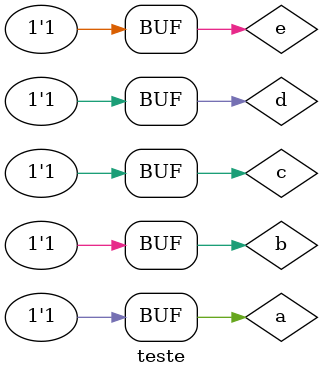
<source format=v>

module e1(s, a, b, c, d); 

	output s; 
	input  a,b,c,d; 
	wire aux1, aux2, aux3; 
	
	and AND1( aux1,  a, b, ~d );
	and AND2( aux2, ~a, c );
	and AND3( aux3, ~b, c ); 
	or  OR1 ( s, aux1, aux2, aux3); 
	
endmodule 

// ---------------------
// -- Exercicio 2
// ---------------------
module e2(s, a, b, c, d);

	output s;
	input  a,b,c,d;
   wire aux1, aux2, aux3, aux4, aux5;
	
	and AND1( aux1, ~a, ~b, ~d );
	and AND2( aux2, ~a, ~c, ~d ); 
	and AND3( aux3,  a, ~b, ~c ); 
	and AND4( aux4,  a, ~b,  d ); 
	and AND5( aux5,  a, ~c,  d ); 
	or  OR1 ( s, aux1, aux2, aux3, aux4, aux5 );
	
endmodule 

//-----------------------
//-- Circuito 03
//-----------------------
module e3 (s3, a, b, c, d, e );
	
	output s3;
	input  a, b, c, d, e;
	
	wire aux1, aux2, aux3, aux4, aux5, aux6;
	
	and AND1 ( aux1, a, b, d, e );
	and AND2 ( aux2, ~a, ~c, ~d );
	and AND3 ( aux3, ~b,  c, ~d );
	and AND4 ( aux4,  b,  c,  d );
	and AND5 ( aux5, ~b, ~d,  e );
	and AND6 ( aux6, c, e );
	or  OR1 	( s3, aux1, aux2, aux3, aux4, aux5, aux6 );
	
endmodule

//------------------------
//-- MODULO TESTE
//------------------------
module teste;

	wire      s1, s2, s3;
	reg       a, b, c, d, e;
	
	e1  E1 ( s1, a, b, c, d );
	e2  E2 ( s2, a, b, c, d );
	e3  E3 ( s3, a, b, c, d, e );
	
	initial begin
		a = 0; b = 0; c = 0; d = 0; e = 0;
	
		$display ("Guia 08 - Gustavo Guimaraes - 405804");
		$display ("\nSimplificacoes\n");
		$display ("a  b  c  d  e  =  S1  S2  S3" );
		$monitor("%b  %b  %b  %b  %b  =  %b   %b   %b",a, b, c, d, e, s1, s2, s3);
	#1 a = 0; b = 0; c = 1; d = 0; e = 1; 
	#1 a = 0; b = 1; c = 0; d = 1; e = 1;
	#1 a = 0; b = 1; c = 1; d = 0; e = 1;
	#1 a = 1; b = 0; c = 0; d = 1; e = 1;
	#1 a = 1; b = 0; c = 1; d = 0; e = 0;
	#1 a = 1; b = 1; c = 0; d = 1; e = 0;
	#1 a = 1; b = 1; c = 1; d = 0; e = 0;
	#1 a = 0; b = 0; c = 0; d = 1; e = 0;
	#1 a = 1; b = 1; c = 1; d = 1; e = 1;
	
	end
endmodule
	
</source>
